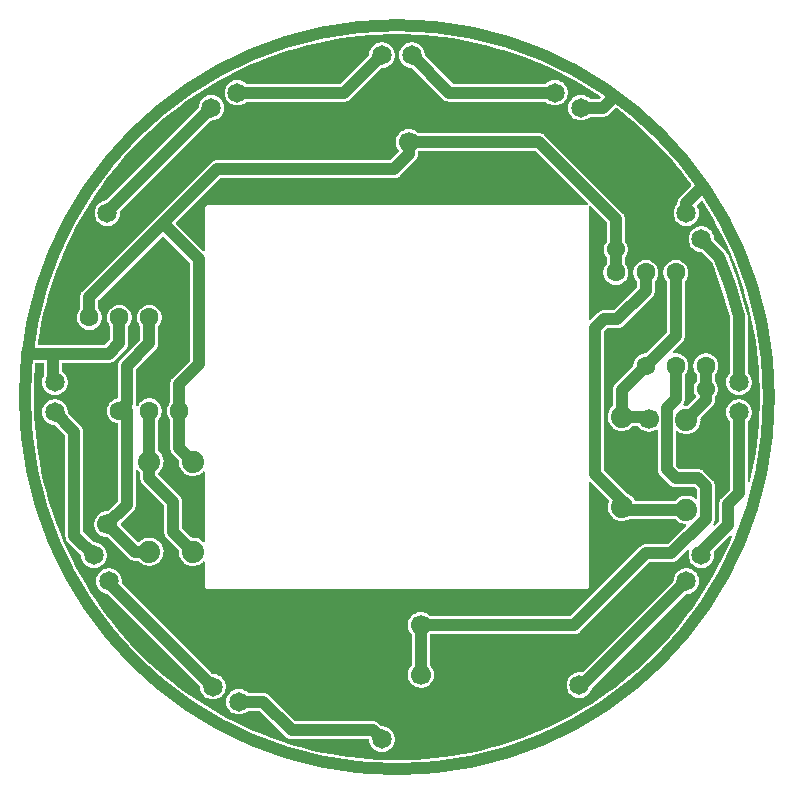
<source format=gtl>
G04 Layer: TopLayer*
G04 EasyEDA v6.5.39, 2025-03-28 13:23:23*
G04 25c97bdbec6547b0a312f0d393c7469d,953214928e7c43af8b9c7e5a0e4489c6,10*
G04 Gerber Generator version 0.2*
G04 Scale: 100 percent, Rotated: No, Reflected: No *
G04 Dimensions in millimeters *
G04 leading zeros omitted , absolute positions ,4 integer and 5 decimal *
%FSLAX45Y45*%
%MOMM*%

%ADD10C,1.0000*%
%ADD11R,1.7000X1.5748*%
%ADD12C,1.7000*%
%ADD13C,1.6510*%
%ADD14C,1.8796*%
%ADD15C,1.6002*%
%ADD16R,1.6002X1.6002*%
%ADD17C,1.5240*%
%ADD18C,0.0152*%

%LPD*%
G36*
X1615135Y4526635D02*
G01*
X1611274Y4527397D01*
X1607972Y4529582D01*
X1383284Y4754067D01*
X1381099Y4757369D01*
X1380337Y4761230D01*
X1381099Y4765141D01*
X1383284Y4768443D01*
X1755648Y5140807D01*
X1758950Y5143042D01*
X1762861Y5143804D01*
X3228441Y5143855D01*
X3237280Y5144668D01*
X3239719Y5145074D01*
X3248355Y5147208D01*
X3250692Y5147970D01*
X3258921Y5151374D01*
X3261106Y5152491D01*
X3268726Y5157114D01*
X3277565Y5164175D01*
X3408324Y5294934D01*
X3415385Y5303774D01*
X3420008Y5311394D01*
X3421126Y5313578D01*
X3424529Y5321808D01*
X3425291Y5324144D01*
X3427425Y5332780D01*
X3427831Y5335219D01*
X3428644Y5343956D01*
X3428695Y5362244D01*
X3429508Y5366156D01*
X3431692Y5369407D01*
X3434994Y5371642D01*
X3438855Y5372404D01*
X4422038Y5372404D01*
X4425950Y5371642D01*
X4429252Y5369407D01*
X4867452Y4931206D01*
X4869738Y4927650D01*
X4870399Y4923434D01*
X4869230Y4919319D01*
X4866538Y4916017D01*
X4862677Y4914138D01*
X4858410Y4914036D01*
X4851044Y4915204D01*
X1651812Y4915204D01*
X1645310Y4914392D01*
X1639773Y4912309D01*
X1634642Y4908753D01*
X1631594Y4905756D01*
X1628952Y4902149D01*
X1626463Y4896612D01*
X1625295Y4889144D01*
X1625295Y4536795D01*
X1624533Y4532884D01*
X1622298Y4529582D01*
X1619046Y4527397D01*
G37*

%LPD*%
G36*
X3251047Y215188D02*
G01*
X3171901Y216204D01*
X3092805Y219252D01*
X3013811Y224332D01*
X2934970Y231495D01*
X2856382Y240639D01*
X2777998Y251815D01*
X2699969Y265023D01*
X2622245Y280212D01*
X2544978Y297383D01*
X2468168Y316585D01*
X2391918Y337718D01*
X2316175Y360832D01*
X2241092Y385876D01*
X2166670Y412851D01*
X2092960Y441706D01*
X2020062Y472490D01*
X1947925Y505104D01*
X1876653Y539597D01*
X1806346Y575919D01*
X1736953Y614019D01*
X1668576Y653897D01*
X1601216Y695502D01*
X1534972Y738835D01*
X1469898Y783894D01*
X1405991Y830580D01*
X1343304Y878890D01*
X1281836Y928827D01*
X1221740Y980287D01*
X1162964Y1033322D01*
X1105560Y1087831D01*
X1049578Y1143812D01*
X995070Y1201216D01*
X942086Y1259992D01*
X890574Y1320139D01*
X840638Y1381556D01*
X792327Y1444244D01*
X745642Y1508201D01*
X700633Y1573276D01*
X657301Y1639519D01*
X615645Y1706880D01*
X575818Y1775256D01*
X537718Y1844649D01*
X501396Y1914956D01*
X466902Y1986229D01*
X434289Y2058365D01*
X403555Y2131314D01*
X374650Y2205024D01*
X347726Y2279446D01*
X322681Y2354529D01*
X299567Y2430221D01*
X278434Y2506522D01*
X259283Y2583332D01*
X242062Y2660599D01*
X226872Y2738272D01*
X213715Y2816352D01*
X202539Y2894685D01*
X193395Y2973324D01*
X186283Y3052165D01*
X181152Y3131159D01*
X178104Y3210255D01*
X177088Y3289401D01*
X178104Y3368548D01*
X181203Y3447643D01*
X186283Y3526637D01*
X190398Y3572459D01*
X191414Y3576065D01*
X193700Y3579012D01*
X196850Y3580993D01*
X200558Y3581704D01*
X256844Y3581704D01*
X260705Y3580942D01*
X264007Y3578707D01*
X266242Y3575405D01*
X267004Y3571544D01*
X267004Y3481527D01*
X266547Y3478580D01*
X265277Y3475888D01*
X261670Y3470503D01*
X255422Y3457803D01*
X250850Y3444341D01*
X248107Y3430473D01*
X247142Y3416300D01*
X248107Y3402126D01*
X250850Y3388258D01*
X255422Y3374796D01*
X261670Y3362096D01*
X269595Y3350310D01*
X278942Y3339642D01*
X289610Y3330295D01*
X301396Y3322370D01*
X314096Y3316122D01*
X327558Y3311550D01*
X341426Y3308807D01*
X355600Y3307842D01*
X369773Y3308807D01*
X383641Y3311550D01*
X397103Y3316122D01*
X409803Y3322370D01*
X421589Y3330295D01*
X432257Y3339642D01*
X441604Y3350310D01*
X449529Y3362096D01*
X455777Y3374796D01*
X460349Y3388258D01*
X463092Y3402126D01*
X464058Y3416300D01*
X463092Y3430473D01*
X460349Y3444341D01*
X455777Y3457803D01*
X449529Y3470503D01*
X441604Y3482289D01*
X432257Y3492957D01*
X422249Y3501745D01*
X419709Y3505200D01*
X418795Y3509365D01*
X418795Y3571544D01*
X419557Y3575405D01*
X421792Y3578707D01*
X425094Y3580942D01*
X428955Y3581704D01*
X815441Y3581755D01*
X824280Y3582568D01*
X826719Y3582974D01*
X835355Y3585108D01*
X837692Y3585870D01*
X845921Y3589274D01*
X848106Y3590391D01*
X855726Y3595014D01*
X864565Y3602075D01*
X957224Y3694734D01*
X964285Y3703574D01*
X968908Y3711194D01*
X970026Y3713378D01*
X973429Y3721608D01*
X974191Y3723944D01*
X976325Y3732580D01*
X976731Y3735019D01*
X977544Y3743858D01*
X977595Y3886149D01*
X978255Y3889756D01*
X980135Y3892854D01*
X985723Y3899204D01*
X993394Y3910736D01*
X999540Y3923182D01*
X1004011Y3936288D01*
X1006703Y3949852D01*
X1007618Y3963670D01*
X1006703Y3977487D01*
X1004011Y3991101D01*
X999540Y4004208D01*
X993394Y4016654D01*
X985723Y4028135D01*
X976579Y4038549D01*
X966165Y4047693D01*
X954633Y4055414D01*
X942238Y4061510D01*
X929132Y4065981D01*
X915517Y4068673D01*
X901700Y4069587D01*
X887882Y4068673D01*
X874318Y4065981D01*
X861161Y4061510D01*
X848766Y4055414D01*
X837234Y4047693D01*
X826820Y4038549D01*
X817676Y4028135D01*
X810006Y4016654D01*
X803859Y4004208D01*
X799439Y3991101D01*
X796696Y3977487D01*
X795782Y3963670D01*
X796696Y3949852D01*
X799439Y3936288D01*
X803859Y3923182D01*
X810006Y3910736D01*
X817676Y3899204D01*
X823264Y3892854D01*
X825144Y3889756D01*
X825804Y3886149D01*
X825804Y3782161D01*
X825042Y3778250D01*
X822807Y3774948D01*
X784352Y3736492D01*
X781050Y3734257D01*
X777138Y3733495D01*
X221335Y3733495D01*
X217119Y3734409D01*
X213664Y3737000D01*
X211582Y3740810D01*
X211277Y3745077D01*
X213766Y3762501D01*
X226923Y3840530D01*
X242112Y3918204D01*
X259334Y3995470D01*
X278485Y4072280D01*
X299618Y4148582D01*
X322732Y4224274D01*
X347776Y4299356D01*
X374751Y4373778D01*
X403656Y4447489D01*
X434390Y4520438D01*
X467055Y4592523D01*
X501497Y4663795D01*
X537819Y4734153D01*
X575919Y4803546D01*
X615797Y4871923D01*
X657402Y4939233D01*
X700786Y5005476D01*
X745794Y5070602D01*
X792480Y5134508D01*
X840841Y5197195D01*
X890727Y5258612D01*
X942238Y5318760D01*
X995273Y5377535D01*
X1049782Y5434939D01*
X1105763Y5490870D01*
X1163167Y5545378D01*
X1221943Y5598414D01*
X1282039Y5649874D01*
X1343507Y5699810D01*
X1406194Y5748121D01*
X1470101Y5794806D01*
X1535226Y5839866D01*
X1601470Y5883198D01*
X1668780Y5924804D01*
X1737156Y5964682D01*
X1806549Y6002782D01*
X1876907Y6039053D01*
X1948180Y6073546D01*
X2020265Y6106160D01*
X2093214Y6136944D01*
X2166924Y6165799D01*
X2241346Y6192774D01*
X2316429Y6217818D01*
X2392172Y6240881D01*
X2468422Y6262065D01*
X2545232Y6281216D01*
X2622499Y6298387D01*
X2700223Y6313576D01*
X2778252Y6326784D01*
X2856636Y6337960D01*
X2935224Y6347104D01*
X3014065Y6354216D01*
X3093059Y6359296D01*
X3172155Y6362344D01*
X3251352Y6363360D01*
X3330498Y6362344D01*
X3409594Y6359296D01*
X3488588Y6354216D01*
X3567429Y6347053D01*
X3646017Y6337909D01*
X3724401Y6326733D01*
X3802430Y6313525D01*
X3880154Y6298336D01*
X3957421Y6281166D01*
X4034231Y6261963D01*
X4110482Y6240830D01*
X4186224Y6217716D01*
X4261307Y6192672D01*
X4335729Y6165697D01*
X4409440Y6136843D01*
X4482338Y6106058D01*
X4554474Y6073444D01*
X4625746Y6038951D01*
X4696053Y6002629D01*
X4765446Y5964529D01*
X4833823Y5924651D01*
X4901184Y5883046D01*
X4967427Y5839714D01*
X4971338Y5836970D01*
X4974336Y5833719D01*
X4975707Y5829554D01*
X4975148Y5825134D01*
X4972761Y5821426D01*
X4970627Y5819292D01*
X4967325Y5817057D01*
X4963414Y5816295D01*
X4890363Y5816295D01*
X4886756Y5816955D01*
X4883658Y5818835D01*
X4874971Y5826404D01*
X4863185Y5834329D01*
X4850485Y5840577D01*
X4837074Y5845149D01*
X4823155Y5847892D01*
X4808982Y5848858D01*
X4794808Y5847892D01*
X4780940Y5845149D01*
X4767478Y5840577D01*
X4754778Y5834329D01*
X4742992Y5826404D01*
X4732324Y5817057D01*
X4722977Y5806389D01*
X4715052Y5794603D01*
X4708804Y5781903D01*
X4704232Y5768441D01*
X4701489Y5754573D01*
X4700524Y5740400D01*
X4701489Y5726226D01*
X4704232Y5712358D01*
X4708804Y5698896D01*
X4715052Y5686196D01*
X4722977Y5674410D01*
X4732324Y5663742D01*
X4742992Y5654395D01*
X4754778Y5646470D01*
X4767478Y5640222D01*
X4780940Y5635650D01*
X4794808Y5632907D01*
X4808982Y5631942D01*
X4823155Y5632907D01*
X4837074Y5635650D01*
X4850485Y5640222D01*
X4863185Y5646470D01*
X4874971Y5654395D01*
X4883658Y5661964D01*
X4886756Y5663844D01*
X4890363Y5664504D01*
X5001717Y5664555D01*
X5010556Y5665368D01*
X5012994Y5665774D01*
X5021630Y5667908D01*
X5023967Y5668670D01*
X5032197Y5672074D01*
X5034381Y5673191D01*
X5042001Y5677814D01*
X5050840Y5684875D01*
X5100015Y5733999D01*
X5103012Y5736082D01*
X5106568Y5736945D01*
X5110175Y5736539D01*
X5113426Y5734862D01*
X5159095Y5699658D01*
X5220563Y5649722D01*
X5280660Y5598261D01*
X5339435Y5545226D01*
X5396839Y5490718D01*
X5452821Y5434736D01*
X5507329Y5377332D01*
X5560314Y5318556D01*
X5611825Y5258409D01*
X5661761Y5196992D01*
X5710072Y5134305D01*
X5741212Y5091633D01*
X5742787Y5088432D01*
X5743143Y5084876D01*
X5742228Y5081422D01*
X5740196Y5078476D01*
X5646775Y4985004D01*
X5641136Y4978146D01*
X5635091Y4968544D01*
X5633974Y4966309D01*
X5630570Y4958130D01*
X5629808Y4955794D01*
X5627674Y4947158D01*
X5627268Y4944719D01*
X5626455Y4935931D01*
X5626404Y4928362D01*
X5625744Y4924856D01*
X5623864Y4921758D01*
X5616295Y4913071D01*
X5608370Y4901285D01*
X5602122Y4888585D01*
X5597550Y4875174D01*
X5594807Y4861255D01*
X5593842Y4847082D01*
X5594807Y4832908D01*
X5597550Y4819040D01*
X5602122Y4805578D01*
X5608370Y4792878D01*
X5616295Y4781092D01*
X5625642Y4770424D01*
X5636310Y4761077D01*
X5648096Y4753152D01*
X5660796Y4746904D01*
X5674258Y4742332D01*
X5688126Y4739589D01*
X5702300Y4738624D01*
X5716473Y4739589D01*
X5730341Y4742332D01*
X5743803Y4746904D01*
X5756503Y4753152D01*
X5768289Y4761077D01*
X5778957Y4770424D01*
X5788304Y4781092D01*
X5796229Y4792878D01*
X5802477Y4805578D01*
X5807049Y4819040D01*
X5809792Y4832908D01*
X5810758Y4847082D01*
X5809792Y4861255D01*
X5807049Y4875174D01*
X5802477Y4888585D01*
X5796229Y4901285D01*
X5793435Y4905451D01*
X5792012Y4908600D01*
X5791758Y4912106D01*
X5792724Y4915458D01*
X5794705Y4918252D01*
X5824524Y4948123D01*
X5828334Y4950510D01*
X5832754Y4951018D01*
X5837021Y4949596D01*
X5840222Y4946497D01*
X5845098Y4939030D01*
X5886754Y4871669D01*
X5926582Y4803292D01*
X5964682Y4733899D01*
X6001004Y4663592D01*
X6035497Y4592320D01*
X6068110Y4520184D01*
X6098844Y4447235D01*
X6127750Y4373524D01*
X6154674Y4299102D01*
X6179718Y4224020D01*
X6202832Y4148328D01*
X6223965Y4072026D01*
X6243116Y3995216D01*
X6260338Y3917950D01*
X6275527Y3840276D01*
X6288684Y3762197D01*
X6299860Y3683863D01*
X6309004Y3605225D01*
X6316116Y3526383D01*
X6321247Y3447389D01*
X6324295Y3368294D01*
X6325311Y3289147D01*
X6324295Y3210001D01*
X6321196Y3130905D01*
X6316116Y3051911D01*
X6309004Y2973070D01*
X6299860Y2894431D01*
X6288633Y2816047D01*
X6275476Y2738018D01*
X6260287Y2660345D01*
X6243066Y2583078D01*
X6240881Y2577896D01*
X6237732Y2575204D01*
X6233718Y2573985D01*
X6229604Y2574493D01*
X6225997Y2576626D01*
X6223558Y2580030D01*
X6222695Y2584094D01*
X6222695Y3080918D01*
X6223355Y3084525D01*
X6225235Y3087624D01*
X6232804Y3096310D01*
X6240729Y3108096D01*
X6246977Y3120796D01*
X6251549Y3134258D01*
X6254292Y3148126D01*
X6255258Y3162300D01*
X6254292Y3176473D01*
X6251549Y3190341D01*
X6246977Y3203803D01*
X6240729Y3216503D01*
X6232804Y3228289D01*
X6223457Y3238957D01*
X6212789Y3248304D01*
X6201003Y3256229D01*
X6188303Y3262477D01*
X6174841Y3267049D01*
X6160973Y3269792D01*
X6146800Y3270758D01*
X6132626Y3269792D01*
X6118758Y3267049D01*
X6105296Y3262477D01*
X6092596Y3256229D01*
X6080810Y3248304D01*
X6070142Y3238957D01*
X6060795Y3228289D01*
X6052870Y3216503D01*
X6046622Y3203803D01*
X6042050Y3190341D01*
X6039307Y3176473D01*
X6038342Y3162300D01*
X6039307Y3148126D01*
X6042050Y3134258D01*
X6046622Y3120796D01*
X6052870Y3108096D01*
X6060795Y3096310D01*
X6068364Y3087624D01*
X6070244Y3084525D01*
X6070904Y3080918D01*
X6070904Y2512161D01*
X6070142Y2508250D01*
X6067907Y2504948D01*
X6002375Y2439365D01*
X5995314Y2430526D01*
X5990691Y2422906D01*
X5989574Y2420721D01*
X5986170Y2412492D01*
X5985408Y2410155D01*
X5983274Y2401519D01*
X5982868Y2399080D01*
X5982055Y2390241D01*
X5982004Y2245461D01*
X5981242Y2241550D01*
X5979007Y2238248D01*
X5945733Y2204974D01*
X5942228Y2202688D01*
X5938113Y2202027D01*
X5934049Y2203043D01*
X5930747Y2205583D01*
X5928766Y2209292D01*
X5928461Y2213457D01*
X5929833Y2217420D01*
X5934608Y2225294D01*
X5935726Y2227478D01*
X5939129Y2235708D01*
X5939891Y2238044D01*
X5942025Y2246680D01*
X5942431Y2249119D01*
X5943244Y2257958D01*
X5943244Y2542641D01*
X5942431Y2551480D01*
X5942025Y2553919D01*
X5939891Y2562555D01*
X5939129Y2564892D01*
X5935726Y2573121D01*
X5934608Y2575306D01*
X5929985Y2582926D01*
X5922924Y2591765D01*
X5855665Y2659024D01*
X5846826Y2666085D01*
X5839206Y2670708D01*
X5837021Y2671826D01*
X5828792Y2675229D01*
X5826455Y2675991D01*
X5817819Y2678125D01*
X5815380Y2678531D01*
X5806541Y2679344D01*
X5649061Y2679395D01*
X5645150Y2680157D01*
X5641848Y2682392D01*
X5616092Y2708148D01*
X5613857Y2711450D01*
X5613095Y2715361D01*
X5613095Y2995726D01*
X5614060Y2999994D01*
X5616752Y3003499D01*
X5620664Y3005531D01*
X5625084Y3005734D01*
X5629148Y3004007D01*
X5639206Y2996895D01*
X5652211Y2989884D01*
X5665978Y2984550D01*
X5680252Y2980994D01*
X5694934Y2979166D01*
X5709666Y2979166D01*
X5724347Y2980994D01*
X5738622Y2984550D01*
X5752388Y2989884D01*
X5765393Y2996895D01*
X5777433Y3005429D01*
X5788355Y3015335D01*
X5797956Y3026562D01*
X5806084Y3038856D01*
X5812688Y3052064D01*
X5817616Y3065983D01*
X5820765Y3080410D01*
X5822137Y3095091D01*
X5821781Y3106369D01*
X5822492Y3110433D01*
X5824728Y3113887D01*
X5922924Y3212134D01*
X5929985Y3220974D01*
X5934608Y3228594D01*
X5935726Y3230778D01*
X5939129Y3239008D01*
X5939891Y3241344D01*
X5942025Y3249980D01*
X5942431Y3252419D01*
X5943244Y3261258D01*
X5943295Y3287064D01*
X5944006Y3290722D01*
X5945936Y3293872D01*
X5947511Y3295650D01*
X5955233Y3306876D01*
X5961380Y3319068D01*
X5965850Y3331921D01*
X5968593Y3345281D01*
X5969508Y3358896D01*
X5968593Y3372510D01*
X5965850Y3385870D01*
X5961380Y3398774D01*
X5955233Y3410915D01*
X5947511Y3422192D01*
X5945936Y3423920D01*
X5944006Y3427069D01*
X5943295Y3430727D01*
X5943295Y3477158D01*
X5943955Y3480765D01*
X5945835Y3483864D01*
X5951423Y3490264D01*
X5959094Y3501745D01*
X5965240Y3514191D01*
X5969660Y3527298D01*
X5972403Y3540912D01*
X5973318Y3554729D01*
X5972403Y3568547D01*
X5969660Y3582111D01*
X5965240Y3595217D01*
X5959094Y3607663D01*
X5951423Y3619195D01*
X5942279Y3629609D01*
X5931865Y3638702D01*
X5920333Y3646424D01*
X5907938Y3652520D01*
X5894781Y3656990D01*
X5881217Y3659682D01*
X5867400Y3660597D01*
X5853582Y3659682D01*
X5839968Y3656990D01*
X5826861Y3652520D01*
X5814466Y3646424D01*
X5802934Y3638702D01*
X5792520Y3629609D01*
X5783376Y3619195D01*
X5775706Y3607663D01*
X5769559Y3595217D01*
X5765088Y3582111D01*
X5762396Y3568547D01*
X5761482Y3554729D01*
X5762396Y3540912D01*
X5765088Y3527298D01*
X5769559Y3514191D01*
X5775706Y3501745D01*
X5783376Y3490264D01*
X5788964Y3483864D01*
X5790844Y3480765D01*
X5791504Y3477158D01*
X5791504Y3430676D01*
X5790946Y3427323D01*
X5789320Y3424377D01*
X5783224Y3416655D01*
X5776264Y3404920D01*
X5770981Y3392373D01*
X5767374Y3379215D01*
X5765546Y3365703D01*
X5765546Y3352088D01*
X5767374Y3338576D01*
X5770981Y3325418D01*
X5776264Y3312871D01*
X5785561Y3297123D01*
X5786018Y3293465D01*
X5785104Y3289909D01*
X5783021Y3286912D01*
X5717336Y3221177D01*
X5713730Y3218840D01*
X5709513Y3218230D01*
X5702300Y3218688D01*
X5682030Y3217468D01*
X5678424Y3218942D01*
X5675680Y3221685D01*
X5674106Y3225241D01*
X5674004Y3229102D01*
X5675376Y3232708D01*
X5681726Y3243478D01*
X5685129Y3251708D01*
X5685891Y3254044D01*
X5688025Y3262680D01*
X5688431Y3265119D01*
X5689244Y3273958D01*
X5689295Y3477158D01*
X5689955Y3480765D01*
X5691835Y3483864D01*
X5697423Y3490264D01*
X5705094Y3501745D01*
X5711240Y3514191D01*
X5715660Y3527298D01*
X5718403Y3540912D01*
X5719318Y3554729D01*
X5718403Y3568547D01*
X5715660Y3582111D01*
X5711240Y3595217D01*
X5705094Y3607663D01*
X5697423Y3619195D01*
X5688279Y3629609D01*
X5677865Y3638702D01*
X5666333Y3646424D01*
X5653938Y3652520D01*
X5640781Y3656990D01*
X5627217Y3659682D01*
X5613400Y3660597D01*
X5599582Y3659682D01*
X5597702Y3659327D01*
X5593384Y3659378D01*
X5589524Y3661206D01*
X5586730Y3664508D01*
X5585561Y3668623D01*
X5586171Y3672890D01*
X5588508Y3676497D01*
X5668924Y3756914D01*
X5674563Y3763772D01*
X5680608Y3773424D01*
X5681726Y3775608D01*
X5685129Y3783837D01*
X5685891Y3786174D01*
X5688025Y3794760D01*
X5688431Y3797198D01*
X5689244Y3806037D01*
X5689295Y4267200D01*
X5689955Y4270756D01*
X5691835Y4273905D01*
X5697423Y4280255D01*
X5705094Y4291787D01*
X5711240Y4304182D01*
X5715660Y4317288D01*
X5718403Y4330903D01*
X5719318Y4344720D01*
X5718403Y4358538D01*
X5715660Y4372102D01*
X5711240Y4385259D01*
X5705094Y4397654D01*
X5697423Y4409186D01*
X5688279Y4419600D01*
X5677865Y4428744D01*
X5666333Y4436414D01*
X5653938Y4442561D01*
X5640781Y4446981D01*
X5627217Y4449724D01*
X5613400Y4450588D01*
X5599582Y4449724D01*
X5585968Y4446981D01*
X5572861Y4442561D01*
X5560466Y4436414D01*
X5548934Y4428744D01*
X5538520Y4419600D01*
X5529376Y4409186D01*
X5521706Y4397654D01*
X5515559Y4385259D01*
X5511088Y4372102D01*
X5508396Y4358538D01*
X5507482Y4344720D01*
X5508396Y4330903D01*
X5511088Y4317288D01*
X5515559Y4304182D01*
X5521706Y4291787D01*
X5529376Y4280255D01*
X5534964Y4273854D01*
X5536844Y4270756D01*
X5537504Y4267200D01*
X5537504Y3844340D01*
X5536742Y3840479D01*
X5534507Y3837178D01*
X5360568Y3663187D01*
X5357571Y3661156D01*
X5354015Y3660241D01*
X5345582Y3659682D01*
X5331968Y3656990D01*
X5318861Y3652520D01*
X5306466Y3646424D01*
X5294934Y3638702D01*
X5284520Y3629609D01*
X5275376Y3619195D01*
X5267706Y3607663D01*
X5261559Y3595217D01*
X5257088Y3582111D01*
X5254396Y3568547D01*
X5253837Y3560064D01*
X5252974Y3556558D01*
X5250891Y3553561D01*
X5100675Y3403295D01*
X5095036Y3396437D01*
X5088991Y3386785D01*
X5087874Y3384600D01*
X5084470Y3376371D01*
X5083708Y3374034D01*
X5081574Y3365449D01*
X5081168Y3363010D01*
X5080355Y3354171D01*
X5080304Y3221532D01*
X5079288Y3217164D01*
X5076494Y3213658D01*
X5075428Y3212795D01*
X5065166Y3202178D01*
X5056276Y3190392D01*
X5048910Y3177641D01*
X5043170Y3164027D01*
X5039106Y3149854D01*
X5036820Y3135274D01*
X5036413Y3120491D01*
X5037734Y3105810D01*
X5040884Y3091383D01*
X5045811Y3077464D01*
X5052415Y3064256D01*
X5060543Y3051962D01*
X5070144Y3040735D01*
X5081066Y3030829D01*
X5093106Y3022295D01*
X5106111Y3015284D01*
X5119878Y3009950D01*
X5134152Y3006394D01*
X5148834Y3004566D01*
X5163566Y3004566D01*
X5178247Y3006394D01*
X5192522Y3009950D01*
X5206288Y3015284D01*
X5219293Y3022295D01*
X5231333Y3030829D01*
X5242255Y3040735D01*
X5245658Y3044748D01*
X5249164Y3047339D01*
X5253380Y3048304D01*
X5285587Y3048304D01*
X5288584Y3047847D01*
X5291277Y3046526D01*
X5293512Y3044444D01*
X5302707Y3032912D01*
X5312918Y3023057D01*
X5324297Y3014573D01*
X5336692Y3007563D01*
X5349849Y3002229D01*
X5363616Y2998622D01*
X5377688Y2996844D01*
X5391912Y2996844D01*
X5405983Y2998622D01*
X5419750Y3002229D01*
X5432907Y3007563D01*
X5446115Y3015081D01*
X5450128Y3016351D01*
X5454294Y3015894D01*
X5457952Y3013760D01*
X5460441Y3010357D01*
X5461304Y3006242D01*
X5461355Y2677058D01*
X5462168Y2668219D01*
X5462574Y2665780D01*
X5464708Y2657144D01*
X5465470Y2654808D01*
X5468874Y2646578D01*
X5469991Y2644394D01*
X5474614Y2636774D01*
X5481675Y2627934D01*
X5561634Y2547975D01*
X5570474Y2540914D01*
X5578094Y2536291D01*
X5580278Y2535174D01*
X5588508Y2531770D01*
X5590844Y2531008D01*
X5599480Y2528874D01*
X5601919Y2528468D01*
X5610758Y2527655D01*
X5768238Y2527604D01*
X5772150Y2526842D01*
X5775452Y2524607D01*
X5788507Y2511552D01*
X5790742Y2508250D01*
X5791504Y2504338D01*
X5791504Y2439822D01*
X5790793Y2436114D01*
X5788761Y2432913D01*
X5785713Y2430627D01*
X5782056Y2429662D01*
X5778296Y2430119D01*
X5774944Y2431897D01*
X5771540Y2434640D01*
X5758992Y2442413D01*
X5745581Y2448560D01*
X5731560Y2453030D01*
X5717032Y2455773D01*
X5702300Y2456688D01*
X5687568Y2455773D01*
X5673039Y2453030D01*
X5659018Y2448560D01*
X5645607Y2442413D01*
X5633059Y2434640D01*
X5621528Y2425395D01*
X5612231Y2415794D01*
X5608929Y2413508D01*
X5604967Y2412695D01*
X5271058Y2412695D01*
X5267604Y2413304D01*
X5264505Y2415082D01*
X5262270Y2417775D01*
X5256123Y2428392D01*
X5247233Y2440178D01*
X5236972Y2450795D01*
X5225440Y2460040D01*
X5212892Y2467813D01*
X5206847Y2470607D01*
X5203901Y2472639D01*
X5006492Y2670048D01*
X5004257Y2673350D01*
X5003495Y2677261D01*
X5003495Y3837838D01*
X5004257Y3841750D01*
X5006492Y3845051D01*
X5032248Y3870807D01*
X5035550Y3873042D01*
X5039461Y3873804D01*
X5120741Y3873855D01*
X5129580Y3874668D01*
X5132019Y3875074D01*
X5140655Y3877208D01*
X5142992Y3877970D01*
X5151221Y3881374D01*
X5153406Y3882491D01*
X5161026Y3887114D01*
X5169865Y3894175D01*
X5414924Y4139234D01*
X5421985Y4148074D01*
X5426608Y4155694D01*
X5427726Y4157878D01*
X5431129Y4166108D01*
X5431891Y4168444D01*
X5434025Y4177080D01*
X5434431Y4179519D01*
X5435244Y4188358D01*
X5435295Y4267200D01*
X5435955Y4270756D01*
X5437835Y4273905D01*
X5443423Y4280255D01*
X5451094Y4291787D01*
X5457240Y4304182D01*
X5461660Y4317288D01*
X5464403Y4330903D01*
X5465318Y4344720D01*
X5464403Y4358538D01*
X5461660Y4372102D01*
X5457240Y4385259D01*
X5451094Y4397654D01*
X5443423Y4409186D01*
X5434279Y4419600D01*
X5423865Y4428744D01*
X5412333Y4436414D01*
X5399938Y4442561D01*
X5386781Y4446981D01*
X5373217Y4449724D01*
X5359400Y4450588D01*
X5345582Y4449724D01*
X5331968Y4446981D01*
X5318861Y4442561D01*
X5306466Y4436414D01*
X5294934Y4428744D01*
X5284520Y4419600D01*
X5275376Y4409186D01*
X5267706Y4397654D01*
X5261559Y4385259D01*
X5257088Y4372102D01*
X5254396Y4358538D01*
X5253482Y4344720D01*
X5254396Y4330903D01*
X5257088Y4317288D01*
X5261559Y4304182D01*
X5267706Y4291787D01*
X5275376Y4280255D01*
X5280964Y4273854D01*
X5282844Y4270756D01*
X5283504Y4267200D01*
X5283504Y4226661D01*
X5282742Y4222750D01*
X5280507Y4219448D01*
X5089652Y4028592D01*
X5086350Y4026357D01*
X5082438Y4025595D01*
X5001158Y4025544D01*
X4992319Y4024731D01*
X4989880Y4024325D01*
X4981244Y4022191D01*
X4978908Y4021429D01*
X4970678Y4018026D01*
X4968494Y4016908D01*
X4960874Y4012285D01*
X4952034Y4005224D01*
X4894427Y3947718D01*
X4891176Y3945483D01*
X4887264Y3944721D01*
X4883353Y3945483D01*
X4880102Y3947718D01*
X4877866Y3950970D01*
X4877104Y3954881D01*
X4877104Y4888687D01*
X4875936Y4899710D01*
X4877511Y4903876D01*
X4880762Y4906975D01*
X4884978Y4908397D01*
X4889398Y4907838D01*
X4893208Y4905451D01*
X5026507Y4772152D01*
X5028742Y4768850D01*
X5029504Y4764938D01*
X5029504Y4611776D01*
X5028946Y4608423D01*
X5027320Y4605477D01*
X5021224Y4597755D01*
X5014264Y4586020D01*
X5008981Y4573473D01*
X5005374Y4560316D01*
X5003546Y4546803D01*
X5003546Y4533188D01*
X5005374Y4519676D01*
X5008981Y4506518D01*
X5014264Y4493971D01*
X5021224Y4482236D01*
X5027320Y4474565D01*
X5028946Y4471568D01*
X5029504Y4468266D01*
X5029504Y4422241D01*
X5028844Y4418685D01*
X5026964Y4415536D01*
X5021376Y4409186D01*
X5013706Y4397654D01*
X5007559Y4385259D01*
X5003088Y4372102D01*
X5000396Y4358538D01*
X4999482Y4344720D01*
X5000396Y4330903D01*
X5003088Y4317288D01*
X5007559Y4304182D01*
X5013706Y4291787D01*
X5021376Y4280255D01*
X5030520Y4269841D01*
X5040934Y4260697D01*
X5052466Y4253026D01*
X5064861Y4246880D01*
X5077968Y4242409D01*
X5091582Y4239717D01*
X5105400Y4238802D01*
X5119217Y4239717D01*
X5132781Y4242409D01*
X5145938Y4246880D01*
X5158333Y4253026D01*
X5169865Y4260697D01*
X5180279Y4269841D01*
X5189423Y4280255D01*
X5197094Y4291787D01*
X5203240Y4304182D01*
X5207660Y4317288D01*
X5210403Y4330903D01*
X5211318Y4344720D01*
X5210403Y4358538D01*
X5207660Y4372102D01*
X5203240Y4385259D01*
X5197094Y4397654D01*
X5189423Y4409186D01*
X5183835Y4415536D01*
X5181955Y4418685D01*
X5181295Y4422241D01*
X5181295Y4468164D01*
X5182006Y4471822D01*
X5183936Y4474972D01*
X5185511Y4476750D01*
X5193233Y4487976D01*
X5199380Y4500168D01*
X5203850Y4513021D01*
X5206593Y4526381D01*
X5207508Y4539996D01*
X5206593Y4553610D01*
X5203850Y4566970D01*
X5199380Y4579874D01*
X5193233Y4592015D01*
X5185511Y4603292D01*
X5183936Y4605020D01*
X5182006Y4608169D01*
X5181295Y4611827D01*
X5181244Y4803241D01*
X5180431Y4812080D01*
X5180025Y4814519D01*
X5177891Y4823155D01*
X5177129Y4825492D01*
X5173726Y4833721D01*
X5172608Y4835906D01*
X5167985Y4843526D01*
X5160924Y4852365D01*
X4509465Y5503824D01*
X4500626Y5510885D01*
X4493006Y5515508D01*
X4490821Y5516626D01*
X4482592Y5520029D01*
X4480255Y5520791D01*
X4471619Y5522925D01*
X4469180Y5523331D01*
X4460341Y5524144D01*
X3437737Y5524195D01*
X3434079Y5524906D01*
X3430930Y5526836D01*
X3421938Y5535015D01*
X3410305Y5543143D01*
X3397707Y5549696D01*
X3384346Y5554624D01*
X3370478Y5557774D01*
X3356356Y5559145D01*
X3342132Y5558688D01*
X3328111Y5556402D01*
X3314496Y5552338D01*
X3301492Y5546598D01*
X3289350Y5539232D01*
X3278225Y5530392D01*
X3268370Y5520182D01*
X3259886Y5508802D01*
X3252876Y5496407D01*
X3247542Y5483250D01*
X3243935Y5469483D01*
X3242157Y5455412D01*
X3242157Y5441188D01*
X3243935Y5427116D01*
X3247542Y5413349D01*
X3252876Y5400192D01*
X3259886Y5387797D01*
X3266033Y5379567D01*
X3267608Y5376367D01*
X3268014Y5372760D01*
X3267100Y5369255D01*
X3265068Y5366308D01*
X3197352Y5298592D01*
X3194050Y5296357D01*
X3190138Y5295595D01*
X1724558Y5295544D01*
X1715719Y5294731D01*
X1713280Y5294325D01*
X1704644Y5292191D01*
X1702307Y5291429D01*
X1694078Y5288026D01*
X1691893Y5286908D01*
X1684274Y5282285D01*
X1675434Y5275224D01*
X592175Y4191965D01*
X585114Y4183126D01*
X580491Y4175506D01*
X579374Y4173321D01*
X575970Y4165092D01*
X575208Y4162755D01*
X573074Y4154119D01*
X572668Y4151680D01*
X571855Y4142841D01*
X571804Y4041241D01*
X571144Y4037634D01*
X569264Y4034536D01*
X563676Y4028135D01*
X556006Y4016654D01*
X549859Y4004208D01*
X545439Y3991101D01*
X542696Y3977487D01*
X541782Y3963670D01*
X542696Y3949852D01*
X545439Y3936288D01*
X549859Y3923182D01*
X556006Y3910736D01*
X563676Y3899204D01*
X572820Y3888790D01*
X583234Y3879697D01*
X594766Y3871976D01*
X607161Y3865879D01*
X620318Y3861409D01*
X633882Y3858717D01*
X647700Y3857802D01*
X661517Y3858717D01*
X675132Y3861409D01*
X688238Y3865879D01*
X700633Y3871976D01*
X712165Y3879697D01*
X722579Y3888790D01*
X731723Y3899204D01*
X739394Y3910736D01*
X745540Y3923182D01*
X750011Y3936288D01*
X752703Y3949852D01*
X753618Y3963670D01*
X752703Y3977487D01*
X750011Y3991101D01*
X745540Y4004208D01*
X739394Y4016654D01*
X731723Y4028135D01*
X726135Y4034536D01*
X724255Y4037634D01*
X723595Y4041241D01*
X723595Y4104538D01*
X724357Y4108450D01*
X726592Y4111751D01*
X1261567Y4646726D01*
X1264869Y4648911D01*
X1268730Y4649673D01*
X1272641Y4648911D01*
X1275943Y4646726D01*
X1495907Y4426915D01*
X1498142Y4423613D01*
X1498904Y4419752D01*
X1498904Y3604361D01*
X1498142Y3600450D01*
X1495907Y3597148D01*
X1354175Y3455365D01*
X1347114Y3446526D01*
X1342491Y3438906D01*
X1341374Y3436721D01*
X1337970Y3428492D01*
X1337208Y3426155D01*
X1335074Y3417519D01*
X1334668Y3415080D01*
X1333855Y3406241D01*
X1333804Y3251200D01*
X1333144Y3247644D01*
X1331264Y3244494D01*
X1325676Y3238144D01*
X1318006Y3226612D01*
X1311859Y3214217D01*
X1307439Y3201111D01*
X1304696Y3187496D01*
X1303782Y3173679D01*
X1304696Y3159861D01*
X1307439Y3146298D01*
X1311859Y3133140D01*
X1318006Y3120745D01*
X1325676Y3109214D01*
X1331264Y3102864D01*
X1333144Y3099714D01*
X1333804Y3096158D01*
X1333855Y2854858D01*
X1334668Y2846019D01*
X1335074Y2843580D01*
X1337208Y2834944D01*
X1337970Y2832608D01*
X1341374Y2824378D01*
X1342491Y2822194D01*
X1347114Y2814574D01*
X1354175Y2805734D01*
X1401572Y2758287D01*
X1403807Y2754833D01*
X1404518Y2750769D01*
X1404213Y2739491D01*
X1405534Y2724810D01*
X1408684Y2710383D01*
X1413611Y2696464D01*
X1420215Y2683256D01*
X1428343Y2670962D01*
X1437944Y2659735D01*
X1448866Y2649829D01*
X1460906Y2641295D01*
X1473911Y2634284D01*
X1487678Y2628950D01*
X1501952Y2625394D01*
X1516634Y2623566D01*
X1531366Y2623566D01*
X1546047Y2625394D01*
X1560322Y2628950D01*
X1574088Y2634284D01*
X1587093Y2641295D01*
X1599133Y2649829D01*
X1608277Y2658160D01*
X1611630Y2660192D01*
X1615440Y2660802D01*
X1619250Y2659938D01*
X1622450Y2657703D01*
X1624533Y2654452D01*
X1625295Y2650642D01*
X1625295Y2073656D01*
X1624533Y2069744D01*
X1622298Y2066442D01*
X1618945Y2064257D01*
X1615033Y2063496D01*
X1611122Y2064359D01*
X1607820Y2066594D01*
X1604772Y2069795D01*
X1593240Y2079040D01*
X1580692Y2086813D01*
X1567281Y2092960D01*
X1553260Y2097430D01*
X1538732Y2100173D01*
X1524000Y2101088D01*
X1516786Y2100630D01*
X1512570Y2101240D01*
X1508963Y2103577D01*
X1437792Y2174748D01*
X1435557Y2178050D01*
X1434795Y2181961D01*
X1434744Y2402941D01*
X1433931Y2411780D01*
X1433525Y2414219D01*
X1431391Y2422855D01*
X1430629Y2425192D01*
X1427226Y2433421D01*
X1426108Y2435606D01*
X1421485Y2443226D01*
X1414424Y2452065D01*
X1234592Y2631948D01*
X1232357Y2635250D01*
X1231595Y2639161D01*
X1231595Y2645867D01*
X1232611Y2650236D01*
X1235405Y2653741D01*
X1236472Y2654604D01*
X1246733Y2665222D01*
X1255623Y2677007D01*
X1262989Y2689758D01*
X1268730Y2703372D01*
X1272794Y2717546D01*
X1275080Y2732125D01*
X1275537Y2746908D01*
X1274165Y2761589D01*
X1271016Y2776016D01*
X1266088Y2789936D01*
X1259484Y2803144D01*
X1251356Y2815437D01*
X1241755Y2826664D01*
X1234948Y2832862D01*
X1232458Y2836265D01*
X1231595Y2840380D01*
X1231595Y3096158D01*
X1232255Y3099714D01*
X1234135Y3102864D01*
X1239723Y3109214D01*
X1247394Y3120745D01*
X1253540Y3133140D01*
X1258011Y3146298D01*
X1260703Y3159861D01*
X1261618Y3173679D01*
X1260703Y3187496D01*
X1258011Y3201111D01*
X1253540Y3214217D01*
X1247394Y3226612D01*
X1239723Y3238144D01*
X1230579Y3248558D01*
X1220165Y3257702D01*
X1208633Y3265373D01*
X1196238Y3271520D01*
X1183132Y3275990D01*
X1169517Y3278682D01*
X1155700Y3279597D01*
X1141882Y3278682D01*
X1128318Y3275990D01*
X1115161Y3271520D01*
X1102766Y3265373D01*
X1091234Y3257702D01*
X1080820Y3248558D01*
X1071676Y3238144D01*
X1064006Y3226612D01*
X1058672Y3215843D01*
X1056132Y3212541D01*
X1052474Y3210610D01*
X1048359Y3210204D01*
X1044448Y3211525D01*
X1041349Y3214268D01*
X1039621Y3218027D01*
X1039571Y3222193D01*
X1040231Y3225800D01*
X1041044Y3234537D01*
X1041095Y3520338D01*
X1041857Y3524250D01*
X1044092Y3527551D01*
X1211224Y3694734D01*
X1218285Y3703574D01*
X1222908Y3711194D01*
X1224026Y3713378D01*
X1227429Y3721608D01*
X1228191Y3723944D01*
X1230325Y3732580D01*
X1230731Y3735019D01*
X1231544Y3743858D01*
X1231595Y3886149D01*
X1232255Y3889756D01*
X1234135Y3892854D01*
X1239723Y3899204D01*
X1247394Y3910736D01*
X1253540Y3923182D01*
X1258011Y3936288D01*
X1260703Y3949852D01*
X1261618Y3963670D01*
X1260703Y3977487D01*
X1258011Y3991101D01*
X1253540Y4004208D01*
X1247394Y4016654D01*
X1239723Y4028135D01*
X1230579Y4038549D01*
X1220165Y4047693D01*
X1208633Y4055414D01*
X1196238Y4061510D01*
X1183132Y4065981D01*
X1169517Y4068673D01*
X1155700Y4069587D01*
X1141882Y4068673D01*
X1128318Y4065981D01*
X1115161Y4061510D01*
X1102766Y4055414D01*
X1091234Y4047693D01*
X1080820Y4038549D01*
X1071676Y4028135D01*
X1064006Y4016654D01*
X1057859Y4004208D01*
X1053439Y3991101D01*
X1050696Y3977487D01*
X1049782Y3963670D01*
X1050696Y3949852D01*
X1053439Y3936288D01*
X1057859Y3923182D01*
X1064006Y3910736D01*
X1071676Y3899204D01*
X1077264Y3892854D01*
X1079144Y3889756D01*
X1079804Y3886149D01*
X1079804Y3782161D01*
X1079042Y3778250D01*
X1076807Y3774948D01*
X909675Y3607765D01*
X902614Y3598926D01*
X897991Y3591306D01*
X896874Y3589121D01*
X893470Y3580892D01*
X892708Y3578555D01*
X890574Y3569919D01*
X890168Y3567480D01*
X889355Y3558641D01*
X889304Y3287318D01*
X888695Y3283864D01*
X886968Y3280867D01*
X884377Y3278581D01*
X881126Y3277311D01*
X874318Y3275990D01*
X861161Y3271520D01*
X848766Y3265373D01*
X837234Y3257702D01*
X826820Y3248558D01*
X817676Y3238144D01*
X810006Y3226612D01*
X803859Y3214217D01*
X799439Y3201111D01*
X796696Y3187496D01*
X795782Y3173679D01*
X796696Y3159861D01*
X799439Y3146298D01*
X803859Y3133140D01*
X810006Y3120745D01*
X817676Y3109214D01*
X826820Y3098800D01*
X837234Y3089656D01*
X848766Y3081985D01*
X861161Y3075838D01*
X874318Y3071418D01*
X881126Y3070047D01*
X884377Y3068777D01*
X886968Y3066542D01*
X888695Y3063494D01*
X889304Y3060090D01*
X889304Y2414625D01*
X888542Y2410714D01*
X886307Y2407412D01*
X806348Y2327452D01*
X803046Y2325268D01*
X799134Y2324455D01*
X792988Y2324455D01*
X778916Y2322677D01*
X765149Y2319070D01*
X751992Y2313736D01*
X739597Y2306726D01*
X728218Y2298242D01*
X718007Y2288387D01*
X709168Y2277262D01*
X701802Y2265121D01*
X696061Y2252116D01*
X691997Y2238502D01*
X689711Y2224481D01*
X689254Y2210257D01*
X690626Y2196134D01*
X693775Y2182266D01*
X698703Y2168906D01*
X705256Y2156307D01*
X713384Y2144674D01*
X722934Y2134158D01*
X733755Y2124964D01*
X745693Y2117191D01*
X758494Y2111044D01*
X771956Y2106574D01*
X785926Y2103831D01*
X800049Y2102916D01*
X803554Y2102053D01*
X806551Y2099970D01*
X980948Y1925675D01*
X989787Y1918614D01*
X997407Y1913991D01*
X999591Y1912874D01*
X1007821Y1909470D01*
X1010158Y1908708D01*
X1018794Y1906574D01*
X1021181Y1906168D01*
X1030071Y1905355D01*
X1058367Y1905304D01*
X1062329Y1904492D01*
X1065631Y1902206D01*
X1074928Y1892604D01*
X1086459Y1883359D01*
X1099007Y1875586D01*
X1112418Y1869439D01*
X1126439Y1864969D01*
X1140968Y1862226D01*
X1155700Y1861312D01*
X1170432Y1862226D01*
X1184960Y1864969D01*
X1198981Y1869439D01*
X1212392Y1875586D01*
X1224940Y1883359D01*
X1236472Y1892604D01*
X1246733Y1903222D01*
X1255623Y1915007D01*
X1262989Y1927758D01*
X1268730Y1941372D01*
X1272794Y1955546D01*
X1275080Y1970125D01*
X1275537Y1984908D01*
X1274165Y1999589D01*
X1271016Y2014016D01*
X1266088Y2027936D01*
X1259484Y2041143D01*
X1251356Y2053437D01*
X1241755Y2064664D01*
X1230833Y2074570D01*
X1218793Y2083104D01*
X1205788Y2090115D01*
X1192022Y2095449D01*
X1177747Y2099005D01*
X1163066Y2100834D01*
X1148334Y2100834D01*
X1133652Y2099005D01*
X1119378Y2095449D01*
X1105611Y2090115D01*
X1092606Y2083104D01*
X1080566Y2074570D01*
X1070000Y2064969D01*
X1066698Y2062937D01*
X1062939Y2062327D01*
X1059129Y2063140D01*
X1055979Y2065274D01*
X914603Y2206650D01*
X912418Y2209952D01*
X911606Y2213813D01*
X912418Y2217724D01*
X914603Y2221026D01*
X1020724Y2327198D01*
X1027785Y2336038D01*
X1032408Y2343658D01*
X1033526Y2345842D01*
X1036929Y2354072D01*
X1037691Y2356408D01*
X1039825Y2365044D01*
X1040231Y2367483D01*
X1041044Y2376322D01*
X1041095Y2666085D01*
X1041958Y2670200D01*
X1044448Y2673604D01*
X1048054Y2675737D01*
X1052220Y2676194D01*
X1056233Y2674975D01*
X1059383Y2672232D01*
X1064666Y2665222D01*
X1074928Y2654604D01*
X1075994Y2653741D01*
X1078788Y2650236D01*
X1079804Y2645867D01*
X1079855Y2600858D01*
X1080668Y2592019D01*
X1081074Y2589580D01*
X1083208Y2580944D01*
X1083970Y2578608D01*
X1087374Y2570378D01*
X1088491Y2568194D01*
X1093114Y2560574D01*
X1100175Y2551734D01*
X1280007Y2371852D01*
X1282242Y2368550D01*
X1283004Y2364638D01*
X1283055Y2143658D01*
X1283868Y2134819D01*
X1284274Y2132380D01*
X1286408Y2123744D01*
X1287170Y2121408D01*
X1290574Y2113178D01*
X1291691Y2110994D01*
X1296314Y2103374D01*
X1303375Y2094534D01*
X1401572Y1996287D01*
X1403807Y1992833D01*
X1404518Y1988769D01*
X1404213Y1977491D01*
X1405534Y1962810D01*
X1408684Y1948383D01*
X1413611Y1934464D01*
X1420215Y1921256D01*
X1428343Y1908962D01*
X1437944Y1897735D01*
X1448866Y1887829D01*
X1460906Y1879295D01*
X1473911Y1872284D01*
X1487678Y1866950D01*
X1501952Y1863394D01*
X1516634Y1861566D01*
X1531366Y1861566D01*
X1546047Y1863394D01*
X1560322Y1866950D01*
X1574088Y1872284D01*
X1587093Y1879295D01*
X1599133Y1887829D01*
X1608277Y1896160D01*
X1611630Y1898192D01*
X1615440Y1898802D01*
X1619250Y1897938D01*
X1622450Y1895703D01*
X1624533Y1892452D01*
X1625295Y1888642D01*
X1625295Y1689912D01*
X1626107Y1683410D01*
X1628190Y1677873D01*
X1631746Y1672742D01*
X1634642Y1669846D01*
X1639773Y1666290D01*
X1645310Y1664207D01*
X1651812Y1663395D01*
X4850587Y1663395D01*
X4857089Y1664207D01*
X4862626Y1666290D01*
X4867757Y1669846D01*
X4870805Y1672843D01*
X4873447Y1676450D01*
X4875936Y1681988D01*
X4877104Y1689455D01*
X4877104Y2560218D01*
X4877866Y2564130D01*
X4880102Y2567381D01*
X4883353Y2569616D01*
X4887264Y2570378D01*
X4891176Y2569616D01*
X4894427Y2567381D01*
X5043271Y2418588D01*
X5045456Y2415286D01*
X5046218Y2411374D01*
X5045456Y2407462D01*
X5043170Y2402027D01*
X5039106Y2387854D01*
X5036820Y2373274D01*
X5036413Y2358491D01*
X5037734Y2343810D01*
X5040884Y2329383D01*
X5045811Y2315464D01*
X5052415Y2302256D01*
X5060543Y2289962D01*
X5070144Y2278735D01*
X5081066Y2268829D01*
X5093106Y2260295D01*
X5106111Y2253284D01*
X5119878Y2247950D01*
X5134152Y2244394D01*
X5148834Y2242566D01*
X5163566Y2242566D01*
X5178247Y2244394D01*
X5192522Y2247950D01*
X5206288Y2253284D01*
X5218176Y2259685D01*
X5220512Y2260600D01*
X5223002Y2260904D01*
X5605119Y2260904D01*
X5609336Y2259939D01*
X5612841Y2257348D01*
X5616244Y2253335D01*
X5627166Y2243429D01*
X5639206Y2234895D01*
X5652211Y2227884D01*
X5665978Y2222550D01*
X5680252Y2218994D01*
X5693562Y2217318D01*
X5697829Y2215794D01*
X5700979Y2212594D01*
X5702401Y2208326D01*
X5701893Y2203856D01*
X5699506Y2200046D01*
X5546852Y2047392D01*
X5543550Y2045157D01*
X5539638Y2044395D01*
X5356758Y2044344D01*
X5347919Y2043531D01*
X5345480Y2043125D01*
X5336844Y2040991D01*
X5334508Y2040229D01*
X5326278Y2036825D01*
X5324094Y2035708D01*
X5316474Y2031085D01*
X5307634Y2024024D01*
X4721352Y1437792D01*
X4718050Y1435557D01*
X4714138Y1434795D01*
X3539337Y1434795D01*
X3535679Y1435506D01*
X3532530Y1437436D01*
X3523538Y1445615D01*
X3511905Y1453743D01*
X3499307Y1460296D01*
X3485946Y1465224D01*
X3472078Y1468374D01*
X3457956Y1469745D01*
X3443732Y1469288D01*
X3429711Y1467002D01*
X3416096Y1462938D01*
X3403092Y1457198D01*
X3390950Y1449832D01*
X3379825Y1440992D01*
X3369970Y1430782D01*
X3361486Y1419402D01*
X3354476Y1407007D01*
X3349142Y1393850D01*
X3345535Y1380083D01*
X3343757Y1366012D01*
X3343757Y1351788D01*
X3345535Y1337716D01*
X3349142Y1323949D01*
X3354476Y1310792D01*
X3361486Y1298397D01*
X3369970Y1287018D01*
X3375609Y1281176D01*
X3377742Y1277924D01*
X3378504Y1274114D01*
X3378504Y1024585D01*
X3377742Y1020775D01*
X3375609Y1017524D01*
X3369970Y1011682D01*
X3361486Y1000302D01*
X3354476Y987907D01*
X3349142Y974750D01*
X3345535Y960983D01*
X3343757Y946912D01*
X3343757Y932687D01*
X3345535Y918616D01*
X3349142Y904849D01*
X3354476Y891692D01*
X3361486Y879297D01*
X3369970Y867918D01*
X3379825Y857707D01*
X3390950Y848868D01*
X3403092Y841502D01*
X3416096Y835710D01*
X3429711Y831697D01*
X3443732Y829411D01*
X3457956Y828954D01*
X3472078Y830326D01*
X3485946Y833475D01*
X3499307Y838403D01*
X3511905Y844956D01*
X3523538Y853084D01*
X3534054Y862634D01*
X3543249Y873455D01*
X3551021Y885393D01*
X3557168Y898194D01*
X3561638Y911656D01*
X3564382Y925626D01*
X3565296Y939800D01*
X3564382Y953973D01*
X3561638Y967943D01*
X3557168Y981405D01*
X3551021Y994206D01*
X3543249Y1006144D01*
X3533648Y1017320D01*
X3531158Y1020724D01*
X3530295Y1024839D01*
X3530295Y1272844D01*
X3531057Y1276705D01*
X3533292Y1280007D01*
X3536594Y1282242D01*
X3540455Y1283004D01*
X4752441Y1283055D01*
X4761280Y1283868D01*
X4763719Y1284274D01*
X4772355Y1286408D01*
X4774692Y1287170D01*
X4782921Y1290574D01*
X4785106Y1291691D01*
X4792726Y1296314D01*
X4801565Y1303375D01*
X5387848Y1889607D01*
X5391150Y1891842D01*
X5395061Y1892604D01*
X5577941Y1892655D01*
X5586780Y1893468D01*
X5589219Y1893874D01*
X5597855Y1896008D01*
X5600192Y1896770D01*
X5608421Y1900174D01*
X5610606Y1901291D01*
X5618226Y1905914D01*
X5627065Y1912975D01*
X5709615Y1995474D01*
X5713425Y1997862D01*
X5717895Y1998370D01*
X5722162Y1996897D01*
X5725363Y1993747D01*
X5726887Y1989480D01*
X5726430Y1985010D01*
X5724550Y1979574D01*
X5721807Y1965655D01*
X5720842Y1951482D01*
X5721807Y1937308D01*
X5724550Y1923440D01*
X5729122Y1909978D01*
X5735370Y1897278D01*
X5743295Y1885492D01*
X5752642Y1874824D01*
X5763310Y1865477D01*
X5775096Y1857552D01*
X5787796Y1851304D01*
X5801258Y1846732D01*
X5815126Y1843989D01*
X5829300Y1843024D01*
X5843473Y1843989D01*
X5857341Y1846732D01*
X5870803Y1851304D01*
X5883503Y1857552D01*
X5895289Y1865477D01*
X5905957Y1874824D01*
X5915304Y1885492D01*
X5923229Y1897278D01*
X5929477Y1909978D01*
X5934049Y1923440D01*
X5936792Y1937308D01*
X5937758Y1951482D01*
X5936792Y1965655D01*
X5935268Y1973427D01*
X5935167Y1976729D01*
X5936132Y1979879D01*
X5938062Y1982571D01*
X6070955Y2115515D01*
X6074257Y2117699D01*
X6078169Y2118512D01*
X6082080Y2117699D01*
X6085382Y2115464D01*
X6087567Y2112162D01*
X6088329Y2108250D01*
X6087516Y2104390D01*
X6068009Y2058111D01*
X6035344Y1986025D01*
X6000902Y1914753D01*
X5964580Y1844395D01*
X5926480Y1775002D01*
X5886602Y1706625D01*
X5844997Y1639316D01*
X5801614Y1573072D01*
X5756605Y1507947D01*
X5709920Y1444040D01*
X5661558Y1381353D01*
X5611672Y1319936D01*
X5560161Y1259789D01*
X5507126Y1201013D01*
X5452618Y1143609D01*
X5396636Y1087678D01*
X5339232Y1033170D01*
X5280456Y980135D01*
X5220360Y928674D01*
X5158892Y878738D01*
X5096205Y830427D01*
X5032298Y783742D01*
X4967173Y738682D01*
X4900930Y695350D01*
X4833620Y653745D01*
X4765243Y613867D01*
X4695850Y575767D01*
X4625492Y539496D01*
X4554220Y505002D01*
X4482134Y472389D01*
X4409186Y441604D01*
X4335475Y412750D01*
X4261053Y385775D01*
X4185970Y360730D01*
X4110228Y337667D01*
X4033977Y316484D01*
X3957167Y297332D01*
X3879900Y280162D01*
X3802176Y264972D01*
X3724148Y251764D01*
X3645763Y240588D01*
X3567176Y231444D01*
X3488334Y224332D01*
X3409340Y219252D01*
X3330244Y216204D01*
G37*

%LPC*%
G36*
X3124200Y285242D02*
G01*
X3138373Y286207D01*
X3152241Y288950D01*
X3165703Y293522D01*
X3178403Y299770D01*
X3190189Y307695D01*
X3200857Y317042D01*
X3210204Y327710D01*
X3218129Y339496D01*
X3224377Y352196D01*
X3228949Y365658D01*
X3231692Y379526D01*
X3232658Y393700D01*
X3231692Y407873D01*
X3228949Y421741D01*
X3224377Y435203D01*
X3218129Y447903D01*
X3210204Y459689D01*
X3200857Y470357D01*
X3190189Y479704D01*
X3178403Y487629D01*
X3165703Y493877D01*
X3152241Y498449D01*
X3138373Y501192D01*
X3126841Y501954D01*
X3123336Y502869D01*
X3120339Y504901D01*
X3099765Y525424D01*
X3090926Y532485D01*
X3083306Y537108D01*
X3081121Y538226D01*
X3072892Y541629D01*
X3070555Y542391D01*
X3061919Y544525D01*
X3059480Y544931D01*
X3050641Y545744D01*
X2397861Y545795D01*
X2393950Y546557D01*
X2390648Y548792D01*
X2172665Y766724D01*
X2163826Y773785D01*
X2156206Y778408D01*
X2154021Y779526D01*
X2145792Y782929D01*
X2143455Y783691D01*
X2134819Y785825D01*
X2132380Y786231D01*
X2123541Y787044D01*
X1994763Y787095D01*
X1991156Y787755D01*
X1988057Y789635D01*
X1979371Y797204D01*
X1967585Y805129D01*
X1954885Y811377D01*
X1941474Y815949D01*
X1927555Y818692D01*
X1913382Y819658D01*
X1899208Y818692D01*
X1885340Y815949D01*
X1871878Y811377D01*
X1859178Y805129D01*
X1847392Y797204D01*
X1836724Y787857D01*
X1827377Y777189D01*
X1819452Y765403D01*
X1813204Y752703D01*
X1808632Y739241D01*
X1805889Y725373D01*
X1804924Y711200D01*
X1805889Y697026D01*
X1808632Y683158D01*
X1813204Y669696D01*
X1819452Y656996D01*
X1827377Y645210D01*
X1836724Y634542D01*
X1847392Y625195D01*
X1859178Y617270D01*
X1871878Y611022D01*
X1885340Y606450D01*
X1899208Y603707D01*
X1913382Y602742D01*
X1927555Y603707D01*
X1941474Y606450D01*
X1954885Y611022D01*
X1967585Y617270D01*
X1979371Y625195D01*
X1988057Y632764D01*
X1991156Y634644D01*
X1994763Y635304D01*
X2085238Y635304D01*
X2089150Y634542D01*
X2092452Y632307D01*
X2310434Y414375D01*
X2319274Y407314D01*
X2326894Y402691D01*
X2329078Y401574D01*
X2337308Y398170D01*
X2339644Y397408D01*
X2348280Y395274D01*
X2350719Y394868D01*
X2359558Y394055D01*
X3006242Y394004D01*
X3009950Y393293D01*
X3013151Y391261D01*
X3015437Y388162D01*
X3016351Y384505D01*
X3016707Y379526D01*
X3019450Y365658D01*
X3024022Y352196D01*
X3030270Y339496D01*
X3038195Y327710D01*
X3047542Y317042D01*
X3058210Y307695D01*
X3069996Y299770D01*
X3082696Y293522D01*
X3096158Y288950D01*
X3110026Y286207D01*
G37*
G36*
X1693418Y729742D02*
G01*
X1707591Y730707D01*
X1721459Y733450D01*
X1734921Y738022D01*
X1747621Y744270D01*
X1759407Y752195D01*
X1770075Y761542D01*
X1779422Y772210D01*
X1787347Y783996D01*
X1793595Y796696D01*
X1798167Y810158D01*
X1800910Y824026D01*
X1801875Y838200D01*
X1800910Y852373D01*
X1798167Y866241D01*
X1793595Y879703D01*
X1787347Y892403D01*
X1779422Y904189D01*
X1770075Y914857D01*
X1759407Y924204D01*
X1747621Y932129D01*
X1734921Y938377D01*
X1721459Y942949D01*
X1707591Y945692D01*
X1696059Y946454D01*
X1692554Y947369D01*
X1689557Y949401D01*
X923645Y1715312D01*
X921308Y1718919D01*
X920699Y1723186D01*
X921258Y1731518D01*
X920292Y1745691D01*
X917549Y1759559D01*
X912977Y1773021D01*
X906729Y1785721D01*
X898804Y1797507D01*
X889457Y1808175D01*
X878789Y1817522D01*
X867003Y1825447D01*
X854303Y1831695D01*
X840841Y1836267D01*
X826973Y1839010D01*
X812800Y1839975D01*
X798626Y1839010D01*
X784758Y1836267D01*
X771296Y1831695D01*
X758596Y1825447D01*
X746810Y1817522D01*
X736142Y1808175D01*
X726795Y1797507D01*
X718870Y1785721D01*
X712622Y1773021D01*
X708050Y1759559D01*
X705307Y1745691D01*
X704342Y1731518D01*
X705307Y1717344D01*
X708050Y1703425D01*
X712622Y1690014D01*
X718870Y1677314D01*
X726795Y1665528D01*
X736142Y1654860D01*
X746810Y1645462D01*
X758596Y1637588D01*
X771296Y1631340D01*
X784758Y1626768D01*
X797661Y1624228D01*
X800455Y1623212D01*
X802843Y1621434D01*
X1582216Y842060D01*
X1584248Y839063D01*
X1585163Y835558D01*
X1585925Y824026D01*
X1588668Y810158D01*
X1593240Y796696D01*
X1599488Y783996D01*
X1607362Y772210D01*
X1616760Y761542D01*
X1627428Y752195D01*
X1639214Y744270D01*
X1651914Y738022D01*
X1665325Y733450D01*
X1679244Y730707D01*
G37*
G36*
X4796282Y742442D02*
G01*
X4810455Y743407D01*
X4824374Y746150D01*
X4837785Y750722D01*
X4850485Y756970D01*
X4862271Y764895D01*
X4872939Y774242D01*
X4882337Y784910D01*
X4890211Y796696D01*
X4896459Y809396D01*
X4900269Y820674D01*
X4902708Y824585D01*
X5698439Y1620316D01*
X5701436Y1622348D01*
X5704941Y1623263D01*
X5716473Y1624025D01*
X5730341Y1626768D01*
X5743803Y1631340D01*
X5756503Y1637588D01*
X5768289Y1645462D01*
X5778957Y1654860D01*
X5788304Y1665528D01*
X5796229Y1677314D01*
X5802477Y1690014D01*
X5807049Y1703425D01*
X5809792Y1717344D01*
X5810758Y1731518D01*
X5809792Y1745691D01*
X5807049Y1759559D01*
X5802477Y1773021D01*
X5796229Y1785721D01*
X5788304Y1797507D01*
X5778957Y1808175D01*
X5768289Y1817522D01*
X5756503Y1825447D01*
X5743803Y1831695D01*
X5730341Y1836267D01*
X5716473Y1839010D01*
X5702300Y1839975D01*
X5688126Y1839010D01*
X5674258Y1836267D01*
X5660796Y1831695D01*
X5648096Y1825447D01*
X5636310Y1817522D01*
X5625642Y1808175D01*
X5616295Y1797507D01*
X5608370Y1785721D01*
X5602122Y1773021D01*
X5597550Y1759559D01*
X5594807Y1745691D01*
X5594045Y1734159D01*
X5593130Y1730654D01*
X5591098Y1727657D01*
X4823815Y960374D01*
X4821123Y958443D01*
X4817922Y957478D01*
X4814620Y957580D01*
X4810455Y958392D01*
X4796282Y959358D01*
X4782108Y958392D01*
X4768240Y955649D01*
X4754778Y951077D01*
X4742078Y944829D01*
X4730292Y936904D01*
X4719624Y927557D01*
X4710277Y916889D01*
X4702352Y905103D01*
X4696104Y892403D01*
X4691532Y878941D01*
X4688789Y865073D01*
X4687824Y850900D01*
X4688789Y836726D01*
X4691532Y822858D01*
X4696104Y809396D01*
X4702352Y796696D01*
X4710277Y784910D01*
X4719624Y774242D01*
X4730292Y764895D01*
X4742078Y756970D01*
X4754778Y750722D01*
X4768240Y746150D01*
X4782108Y743407D01*
G37*
G36*
X685800Y1843024D02*
G01*
X699973Y1843989D01*
X713841Y1846732D01*
X727303Y1851304D01*
X740003Y1857552D01*
X751789Y1865477D01*
X762457Y1874824D01*
X771804Y1885492D01*
X779729Y1897278D01*
X785977Y1909978D01*
X790549Y1923440D01*
X793292Y1937308D01*
X794258Y1951482D01*
X793292Y1965655D01*
X790549Y1979574D01*
X785977Y1992985D01*
X779729Y2005685D01*
X771804Y2017471D01*
X762457Y2028139D01*
X751789Y2037537D01*
X740003Y2045411D01*
X727303Y2051659D01*
X713841Y2056231D01*
X699973Y2058974D01*
X688441Y2059736D01*
X684936Y2060651D01*
X681939Y2062683D01*
X599592Y2145030D01*
X597357Y2148332D01*
X596595Y2152243D01*
X596544Y2999841D01*
X595731Y3008680D01*
X595325Y3011119D01*
X593191Y3019755D01*
X592429Y3022092D01*
X589026Y3030321D01*
X587908Y3032506D01*
X583285Y3040126D01*
X576224Y3048965D01*
X466801Y3158439D01*
X464769Y3161436D01*
X463854Y3164941D01*
X463092Y3176473D01*
X460349Y3190341D01*
X455777Y3203803D01*
X449529Y3216503D01*
X441604Y3228289D01*
X432257Y3238957D01*
X421589Y3248304D01*
X409803Y3256229D01*
X397103Y3262477D01*
X383641Y3267049D01*
X369773Y3269792D01*
X355600Y3270758D01*
X341426Y3269792D01*
X327558Y3267049D01*
X314096Y3262477D01*
X301396Y3256229D01*
X289610Y3248304D01*
X278942Y3238957D01*
X269595Y3228289D01*
X261670Y3216503D01*
X255422Y3203803D01*
X250850Y3190341D01*
X248107Y3176473D01*
X247142Y3162300D01*
X248107Y3148126D01*
X250850Y3134258D01*
X255422Y3120796D01*
X261670Y3108096D01*
X269595Y3096310D01*
X278942Y3085642D01*
X289610Y3076295D01*
X301396Y3068370D01*
X314096Y3062122D01*
X327558Y3057550D01*
X341426Y3054807D01*
X352958Y3054045D01*
X356463Y3053130D01*
X359460Y3051098D01*
X441807Y2968752D01*
X444042Y2965450D01*
X444804Y2961538D01*
X444855Y2113940D01*
X445668Y2105101D01*
X446074Y2102662D01*
X448208Y2094026D01*
X448970Y2091689D01*
X452374Y2083460D01*
X453491Y2081275D01*
X458114Y2073656D01*
X465175Y2064816D01*
X574598Y1955342D01*
X576630Y1952345D01*
X577545Y1948840D01*
X578307Y1937308D01*
X581050Y1923440D01*
X585622Y1909978D01*
X591870Y1897278D01*
X599795Y1885492D01*
X609142Y1874824D01*
X619810Y1865477D01*
X631596Y1857552D01*
X644296Y1851304D01*
X657758Y1846732D01*
X671626Y1843989D01*
G37*
G36*
X6146800Y3307842D02*
G01*
X6160973Y3308807D01*
X6174841Y3311550D01*
X6188303Y3316122D01*
X6201003Y3322370D01*
X6212789Y3330295D01*
X6223457Y3339642D01*
X6232804Y3350310D01*
X6240729Y3362096D01*
X6246977Y3374796D01*
X6251549Y3388258D01*
X6254292Y3402126D01*
X6255258Y3416300D01*
X6254292Y3430473D01*
X6251549Y3444341D01*
X6246977Y3457803D01*
X6240729Y3470503D01*
X6232804Y3482289D01*
X6225235Y3490976D01*
X6223355Y3494074D01*
X6222695Y3497681D01*
X6222695Y3974744D01*
X6221831Y3986479D01*
X6219698Y3996283D01*
X6143650Y4262424D01*
X6141415Y4269079D01*
X6052769Y4501438D01*
X6047790Y4512056D01*
X6041440Y4521504D01*
X6035141Y4528616D01*
X5940501Y4623257D01*
X5938469Y4626254D01*
X5937554Y4629759D01*
X5936792Y4641291D01*
X5934049Y4655159D01*
X5929477Y4668621D01*
X5923229Y4681321D01*
X5915304Y4693107D01*
X5905957Y4703775D01*
X5895289Y4713122D01*
X5883503Y4721047D01*
X5870803Y4727295D01*
X5857341Y4731867D01*
X5843473Y4734610D01*
X5829300Y4735576D01*
X5815126Y4734610D01*
X5801258Y4731867D01*
X5787796Y4727295D01*
X5775096Y4721047D01*
X5763310Y4713122D01*
X5752642Y4703775D01*
X5743295Y4693107D01*
X5735370Y4681321D01*
X5729122Y4668621D01*
X5724550Y4655159D01*
X5721807Y4641291D01*
X5720842Y4627118D01*
X5721807Y4612944D01*
X5724550Y4599025D01*
X5729122Y4585614D01*
X5735370Y4572914D01*
X5743295Y4561128D01*
X5752642Y4550460D01*
X5763310Y4541062D01*
X5775096Y4533188D01*
X5787796Y4526940D01*
X5801258Y4522368D01*
X5815126Y4519625D01*
X5826658Y4518863D01*
X5830163Y4517948D01*
X5833160Y4515916D01*
X5915050Y4434027D01*
X5917336Y4430471D01*
X5998616Y4217365D01*
X6070498Y3965854D01*
X6070904Y3963060D01*
X6070904Y3497681D01*
X6070244Y3494074D01*
X6068364Y3490976D01*
X6060795Y3482289D01*
X6052870Y3470503D01*
X6046622Y3457803D01*
X6042050Y3444341D01*
X6039307Y3430473D01*
X6038342Y3416300D01*
X6039307Y3402126D01*
X6042050Y3388258D01*
X6046622Y3374796D01*
X6052870Y3362096D01*
X6060795Y3350310D01*
X6070142Y3339642D01*
X6080810Y3330295D01*
X6092596Y3322370D01*
X6105296Y3316122D01*
X6118758Y3311550D01*
X6132626Y3308807D01*
G37*
G36*
X800100Y4738624D02*
G01*
X814273Y4739589D01*
X828141Y4742332D01*
X841603Y4746904D01*
X854303Y4753152D01*
X866089Y4761077D01*
X876757Y4770424D01*
X886104Y4781092D01*
X894029Y4792878D01*
X900277Y4805578D01*
X904849Y4819040D01*
X907592Y4832908D01*
X908558Y4847082D01*
X907999Y4855413D01*
X908608Y4859680D01*
X910945Y4863287D01*
X1676857Y5629198D01*
X1679854Y5631230D01*
X1683359Y5632145D01*
X1694891Y5632907D01*
X1708759Y5635650D01*
X1722221Y5640222D01*
X1734921Y5646470D01*
X1746707Y5654395D01*
X1757375Y5663742D01*
X1766722Y5674410D01*
X1774647Y5686196D01*
X1780895Y5698896D01*
X1785467Y5712358D01*
X1788210Y5726226D01*
X1789175Y5740400D01*
X1788210Y5754573D01*
X1785467Y5768441D01*
X1780895Y5781903D01*
X1774647Y5794603D01*
X1766722Y5806389D01*
X1757375Y5817057D01*
X1746707Y5826404D01*
X1734921Y5834329D01*
X1722221Y5840577D01*
X1708759Y5845149D01*
X1694891Y5847892D01*
X1680718Y5848858D01*
X1666544Y5847892D01*
X1652625Y5845149D01*
X1639214Y5840577D01*
X1626514Y5834329D01*
X1614728Y5826404D01*
X1604060Y5817057D01*
X1594662Y5806389D01*
X1586788Y5794603D01*
X1580540Y5781903D01*
X1575968Y5768441D01*
X1573225Y5754573D01*
X1572463Y5743041D01*
X1571548Y5739536D01*
X1569516Y5736539D01*
X790143Y4957165D01*
X787755Y4955387D01*
X784961Y4954371D01*
X772058Y4951831D01*
X758596Y4947259D01*
X745896Y4941011D01*
X734110Y4933137D01*
X723442Y4923739D01*
X714095Y4913071D01*
X706170Y4901285D01*
X699922Y4888585D01*
X695350Y4875174D01*
X692607Y4861255D01*
X691642Y4847082D01*
X692607Y4832908D01*
X695350Y4819040D01*
X699922Y4805578D01*
X706170Y4792878D01*
X714095Y4781092D01*
X723442Y4770424D01*
X734110Y4761077D01*
X745896Y4753152D01*
X758596Y4746904D01*
X772058Y4742332D01*
X785926Y4739589D01*
G37*
G36*
X4589018Y5758942D02*
G01*
X4603191Y5759907D01*
X4617059Y5762650D01*
X4630521Y5767222D01*
X4643221Y5773470D01*
X4655007Y5781395D01*
X4665675Y5790742D01*
X4675022Y5801410D01*
X4682947Y5813196D01*
X4689195Y5825896D01*
X4693767Y5839358D01*
X4696510Y5853226D01*
X4697476Y5867400D01*
X4696510Y5881573D01*
X4693767Y5895441D01*
X4689195Y5908903D01*
X4682947Y5921603D01*
X4675022Y5933389D01*
X4665675Y5944057D01*
X4655007Y5953404D01*
X4643221Y5961329D01*
X4630521Y5967577D01*
X4617059Y5972149D01*
X4603191Y5974892D01*
X4589018Y5975858D01*
X4574844Y5974892D01*
X4560925Y5972149D01*
X4547514Y5967577D01*
X4534814Y5961329D01*
X4523028Y5953404D01*
X4514342Y5945835D01*
X4511243Y5943955D01*
X4507636Y5943295D01*
X3731361Y5943295D01*
X3727450Y5944057D01*
X3724148Y5946292D01*
X3489401Y6181039D01*
X3487369Y6184036D01*
X3486454Y6187541D01*
X3485692Y6199073D01*
X3482949Y6212941D01*
X3478377Y6226403D01*
X3472129Y6239103D01*
X3464204Y6250889D01*
X3454857Y6261557D01*
X3444189Y6270904D01*
X3432403Y6278829D01*
X3419703Y6285077D01*
X3406241Y6289649D01*
X3392373Y6292392D01*
X3378200Y6293358D01*
X3364026Y6292392D01*
X3350158Y6289649D01*
X3336696Y6285077D01*
X3323996Y6278829D01*
X3312210Y6270904D01*
X3301542Y6261557D01*
X3292195Y6250889D01*
X3284270Y6239103D01*
X3278022Y6226403D01*
X3273450Y6212941D01*
X3270707Y6199073D01*
X3269742Y6184900D01*
X3270707Y6170726D01*
X3273450Y6156858D01*
X3278022Y6143396D01*
X3284270Y6130696D01*
X3292195Y6118910D01*
X3301542Y6108242D01*
X3312210Y6098895D01*
X3323996Y6090970D01*
X3336696Y6084722D01*
X3350158Y6080150D01*
X3364026Y6077407D01*
X3375558Y6076645D01*
X3379063Y6075730D01*
X3382060Y6073698D01*
X3643934Y5811875D01*
X3652774Y5804814D01*
X3660394Y5800191D01*
X3662578Y5799074D01*
X3670808Y5795670D01*
X3673144Y5794908D01*
X3681780Y5792774D01*
X3684219Y5792368D01*
X3693058Y5791555D01*
X4507636Y5791504D01*
X4511243Y5790844D01*
X4514342Y5788964D01*
X4523028Y5781395D01*
X4534814Y5773470D01*
X4547514Y5767222D01*
X4560925Y5762650D01*
X4574844Y5759907D01*
G37*
G36*
X1900682Y5758942D02*
G01*
X1914855Y5759907D01*
X1928774Y5762650D01*
X1942185Y5767222D01*
X1954885Y5773470D01*
X1966671Y5781395D01*
X1975357Y5788964D01*
X1978456Y5790844D01*
X1982063Y5791504D01*
X2809341Y5791555D01*
X2818180Y5792368D01*
X2820619Y5792774D01*
X2829255Y5794908D01*
X2831592Y5795670D01*
X2839821Y5799074D01*
X2842006Y5800191D01*
X2849626Y5804814D01*
X2858465Y5811875D01*
X3120339Y6073698D01*
X3123336Y6075730D01*
X3126841Y6076645D01*
X3138373Y6077407D01*
X3152241Y6080150D01*
X3165703Y6084722D01*
X3178403Y6090970D01*
X3190189Y6098895D01*
X3200857Y6108242D01*
X3210204Y6118910D01*
X3218129Y6130696D01*
X3224377Y6143396D01*
X3228949Y6156858D01*
X3231692Y6170726D01*
X3232658Y6184900D01*
X3231692Y6199073D01*
X3228949Y6212941D01*
X3224377Y6226403D01*
X3218129Y6239103D01*
X3210204Y6250889D01*
X3200857Y6261557D01*
X3190189Y6270904D01*
X3178403Y6278829D01*
X3165703Y6285077D01*
X3152241Y6289649D01*
X3138373Y6292392D01*
X3124200Y6293358D01*
X3110026Y6292392D01*
X3096158Y6289649D01*
X3082696Y6285077D01*
X3069996Y6278829D01*
X3058210Y6270904D01*
X3047542Y6261557D01*
X3038195Y6250889D01*
X3030270Y6239103D01*
X3024022Y6226403D01*
X3019450Y6212941D01*
X3016707Y6199073D01*
X3015945Y6187541D01*
X3015030Y6184036D01*
X3012998Y6181039D01*
X2778252Y5946292D01*
X2774950Y5944057D01*
X2771038Y5943295D01*
X1982063Y5943295D01*
X1978456Y5943955D01*
X1975357Y5945835D01*
X1966671Y5953404D01*
X1954885Y5961329D01*
X1942185Y5967577D01*
X1928774Y5972149D01*
X1914855Y5974892D01*
X1900682Y5975858D01*
X1886508Y5974892D01*
X1872640Y5972149D01*
X1859178Y5967577D01*
X1846478Y5961329D01*
X1834692Y5953404D01*
X1824024Y5944057D01*
X1814677Y5933389D01*
X1806752Y5921603D01*
X1800504Y5908903D01*
X1795932Y5895441D01*
X1793189Y5881573D01*
X1792224Y5867400D01*
X1793189Y5853226D01*
X1795932Y5839358D01*
X1800504Y5825896D01*
X1806752Y5813196D01*
X1814677Y5801410D01*
X1824024Y5790742D01*
X1834692Y5781395D01*
X1846478Y5773470D01*
X1859178Y5767222D01*
X1872640Y5762650D01*
X1886508Y5759907D01*
G37*

%LPD*%
D10*
X901700Y3963670D02*
G01*
X901700Y3746500D01*
X812800Y3657600D01*
X342900Y3657600D01*
X1409700Y3173729D02*
G01*
X1409700Y3403600D01*
X1574800Y3568700D01*
X1574800Y4455413D01*
X1268729Y4761229D01*
X647700Y3963670D02*
G01*
X647700Y4140200D01*
X1727200Y5219700D01*
X3225800Y5219700D01*
X3352800Y5346700D01*
X3352800Y5448300D01*
X5613400Y3554729D02*
G01*
X5613400Y3276600D01*
X5537200Y3200400D01*
X5537200Y2679700D01*
X5613400Y2603500D01*
X5803900Y2603500D01*
X5867400Y2540000D01*
X5867400Y2260600D01*
X5575300Y1968500D01*
X5359400Y1968500D01*
X4749800Y1358900D01*
X3454400Y1358900D01*
X5829300Y1951481D02*
G01*
X5829300Y1981200D01*
X6057900Y2209800D01*
X6057900Y2387600D01*
X6146800Y2476500D01*
X6146800Y3162300D01*
X5867400Y3554704D02*
G01*
X5867400Y3358903D01*
X5867400Y3358903D02*
G01*
X5867400Y3263900D01*
X5702300Y3098800D01*
X5613400Y4344695D02*
G01*
X5613400Y3808704D01*
X5359400Y3554704D01*
X5156200Y2362200D02*
G01*
X5156200Y2413000D01*
X4927600Y2641600D01*
X4927600Y3873500D01*
X5003800Y3949700D01*
X5118100Y3949700D01*
X5359400Y4191000D01*
X5359400Y4344670D01*
X1155700Y3963695D02*
G01*
X1155700Y3746500D01*
X965200Y3556000D01*
X965200Y3237204D01*
X901700Y3173704D01*
X800100Y2213863D02*
G01*
X965200Y2378963D01*
X965200Y3173729D01*
X901700Y3173729D01*
X1155700Y2743200D02*
G01*
X1155700Y2603500D01*
X1358900Y2400300D01*
X1358900Y2146300D01*
X1524000Y1981200D01*
X1409700Y3173704D02*
G01*
X1409700Y2857500D01*
X1524000Y2743200D01*
X1155700Y3173704D02*
G01*
X1155700Y2743200D01*
X800100Y2213800D02*
G01*
X1032700Y1981200D01*
X1155700Y1981200D01*
X342900Y3657600D02*
G01*
X132461Y3657600D01*
X123835Y3666225D01*
X5359400Y3554704D02*
G01*
X5156200Y3351504D01*
X5156200Y3124200D01*
X5156200Y2362200D02*
G01*
X5181600Y2336800D01*
X5702300Y2336800D01*
X5156200Y3124200D02*
G01*
X5368086Y3124200D01*
X5384800Y3107486D01*
X355600Y3162300D02*
G01*
X520700Y2997200D01*
X520700Y2116584D01*
X685800Y1951484D01*
X812800Y1731515D02*
G01*
X812800Y1718815D01*
X1693415Y838200D01*
X1913384Y711200D02*
G01*
X2120900Y711200D01*
X2362200Y469900D01*
X3048000Y469900D01*
X3124200Y393700D01*
X342900Y3657600D02*
G01*
X342900Y3429000D01*
X355600Y3416300D01*
X5702300Y4847084D02*
G01*
X5702300Y4933221D01*
X5845291Y5076212D01*
X4796284Y850900D02*
G01*
X4821684Y850900D01*
X5702300Y1731515D01*
X5829300Y4627118D02*
G01*
X5981700Y4474718D01*
X6070600Y4241800D01*
X6146800Y3975100D01*
X6146800Y3416300D01*
X3352800Y5448300D02*
G01*
X4457700Y5448300D01*
X5105400Y4800600D01*
X5105400Y4540003D01*
X5105400Y4540003D02*
G01*
X5105400Y4344695D01*
X3378200Y6184900D02*
G01*
X3695700Y5867400D01*
X4589015Y5867400D01*
X4808984Y5740400D02*
G01*
X4999078Y5740400D01*
X5099032Y5840354D01*
X1900684Y5867400D02*
G01*
X2806700Y5867400D01*
X3124200Y6184900D01*
X800100Y4847084D02*
G01*
X800100Y4859784D01*
X1680715Y5740400D01*
X3454400Y1358900D02*
G01*
X3454400Y939800D01*
G75*
G01
X6401206Y3289275D02*
G03X6401206Y3289275I-3150006J0D01*
D11*
G01*
X3098800Y5448300D03*
D12*
G01*
X3352800Y5448300D03*
D11*
G01*
X3200400Y1358900D03*
D12*
G01*
X3454400Y1358900D03*
D13*
G01*
X355600Y3416300D03*
G01*
X355600Y3162300D03*
G01*
X685800Y1951481D03*
G01*
X812800Y1731518D03*
G01*
X1693418Y838200D03*
G01*
X1913381Y711200D03*
G01*
X3124200Y393700D03*
G01*
X3378200Y393700D03*
G01*
X4796281Y850900D03*
G01*
X4576318Y723900D03*
G01*
X5829300Y1951481D03*
G01*
X5702300Y1731518D03*
G01*
X6146800Y3416300D03*
G01*
X6146800Y3162300D03*
G01*
X5702300Y4847081D03*
G01*
X5829300Y4627118D03*
G01*
X800100Y4847081D03*
G01*
X673100Y4627118D03*
G01*
X1900681Y5867400D03*
G01*
X1680718Y5740400D03*
G01*
X3378200Y6184900D03*
G01*
X3124200Y6184900D03*
G01*
X4808981Y5740400D03*
G01*
X4589018Y5867400D03*
D14*
G01*
X1524000Y1981200D03*
G01*
X1524000Y2743200D03*
G01*
X1155700Y2743200D03*
G01*
X1155700Y1981200D03*
G01*
X5156200Y2362200D03*
G01*
X5156200Y3124200D03*
G01*
X5702300Y2336800D03*
G01*
X5702300Y3098800D03*
D15*
G01*
X1409700Y3173704D03*
G01*
X1155700Y3173704D03*
G01*
X901700Y3173704D03*
G01*
X647700Y3173704D03*
G01*
X647700Y3963695D03*
G01*
X901700Y3963695D03*
G01*
X1155700Y3963695D03*
D16*
G01*
X1409700Y3963695D03*
D15*
G01*
X5105400Y4344695D03*
G01*
X5359400Y4344695D03*
G01*
X5613400Y4344695D03*
G01*
X5867400Y4344695D03*
G01*
X5867400Y3554704D03*
G01*
X5613400Y3554704D03*
G01*
X5359400Y3554704D03*
D16*
G01*
X5105400Y3554704D03*
D12*
G01*
X800100Y2713786D03*
G01*
X800100Y2213787D03*
G01*
X5384800Y2607487D03*
G01*
X5384800Y3107486D03*
D11*
G01*
X3200400Y939800D03*
D12*
G01*
X3454400Y939800D03*
G01*
X2590800Y5448300D03*
G01*
X2590800Y5029200D03*
D17*
G01*
X5105400Y4540003D03*
G01*
X5867400Y3358903D03*
M02*

</source>
